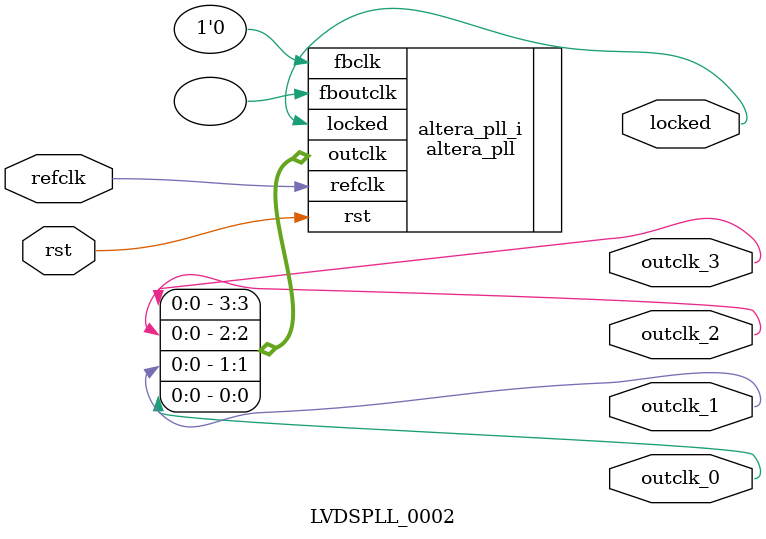
<source format=v>
`timescale 1ns/10ps
module  LVDSPLL_0002(

	// interface 'refclk'
	input wire refclk,

	// interface 'reset'
	input wire rst,

	// interface 'outclk0'
	output wire outclk_0,

	// interface 'outclk1'
	output wire outclk_1,

	// interface 'outclk2'
	output wire outclk_2,

	// interface 'outclk3'
	output wire outclk_3,

	// interface 'locked'
	output wire locked
);

	altera_pll #(
		.fractional_vco_multiplier("false"),
		.reference_clock_frequency("250.0 MHz"),
		.operation_mode("source synchronous"),
		.number_of_clocks(4),
		.output_clock_frequency0("500.000000 MHz"),
		.phase_shift0("1083 ps"),
		.duty_cycle0(50),
		.output_clock_frequency1("62.500000 MHz"),
		.phase_shift1("14000 ps"),
		.duty_cycle1(12),
		.output_clock_frequency2("62.500000 MHz"),
		.phase_shift2("15084 ps"),
		.duty_cycle2(50),
		.output_clock_frequency3("500.000000 MHz"),
		.phase_shift3("1416 ps"),
		.duty_cycle3(50),
		.output_clock_frequency4("0 MHz"),
		.phase_shift4("0 ps"),
		.duty_cycle4(50),
		.output_clock_frequency5("0 MHz"),
		.phase_shift5("0 ps"),
		.duty_cycle5(50),
		.output_clock_frequency6("0 MHz"),
		.phase_shift6("0 ps"),
		.duty_cycle6(50),
		.output_clock_frequency7("0 MHz"),
		.phase_shift7("0 ps"),
		.duty_cycle7(50),
		.output_clock_frequency8("0 MHz"),
		.phase_shift8("0 ps"),
		.duty_cycle8(50),
		.output_clock_frequency9("0 MHz"),
		.phase_shift9("0 ps"),
		.duty_cycle9(50),
		.output_clock_frequency10("0 MHz"),
		.phase_shift10("0 ps"),
		.duty_cycle10(50),
		.output_clock_frequency11("0 MHz"),
		.phase_shift11("0 ps"),
		.duty_cycle11(50),
		.output_clock_frequency12("0 MHz"),
		.phase_shift12("0 ps"),
		.duty_cycle12(50),
		.output_clock_frequency13("0 MHz"),
		.phase_shift13("0 ps"),
		.duty_cycle13(50),
		.output_clock_frequency14("0 MHz"),
		.phase_shift14("0 ps"),
		.duty_cycle14(50),
		.output_clock_frequency15("0 MHz"),
		.phase_shift15("0 ps"),
		.duty_cycle15(50),
		.output_clock_frequency16("0 MHz"),
		.phase_shift16("0 ps"),
		.duty_cycle16(50),
		.output_clock_frequency17("0 MHz"),
		.phase_shift17("0 ps"),
		.duty_cycle17(50),
		.pll_type("General"),
		.pll_subtype("General")
	) altera_pll_i (
		.rst	(rst),
		.outclk	({outclk_3, outclk_2, outclk_1, outclk_0}),
		.locked	(locked),
		.fboutclk	( ),
		.fbclk	(1'b0),
		.refclk	(refclk)
	);
endmodule


</source>
